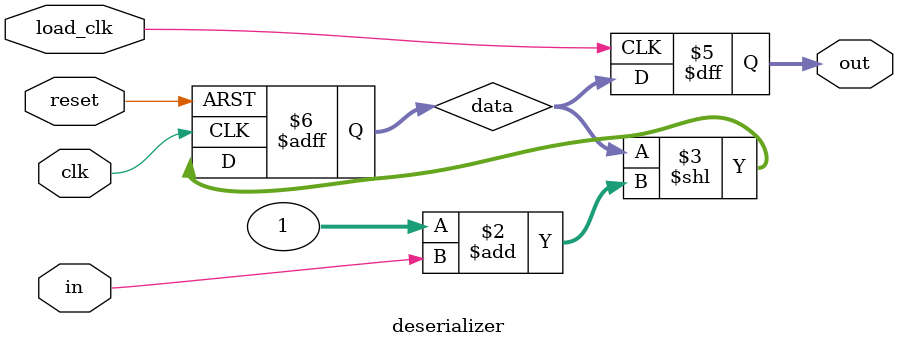
<source format=v>

module deserializer(load_clk, in, out, clk, reset);
    
    parameter N = 8;
    
    input load_clk;
    input clk;
    input in;
    output reg [(N - 1):0] out;
    input reset;
    
    reg [(N - 1):0] data;

    always @(posedge clk or posedge reset) begin
        if (reset)
            data <= 0;
        else begin
            data <= (data << 1 + in);
        end
    end

    always @(posedge load_clk) begin
        out <= data;
    end
        

endmodule


</source>
